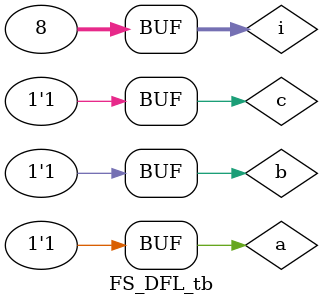
<source format=v>
module FS_DFL(B,D,a,b,c);
    input a,b,c;
    output B,D;
    
    assign D = a ^ b ^ c;
    assign B = (~(b^c) & a) | ((~b) & c);

endmodule

module FS_DFL_tb;
    reg a,b,c;
    wire B,D;
    integer i;

    FS_DFL inst(B,D,a,b,c);

    initial begin
        $monitor("A=%0b|B=%0b|C=%0b|Borrow=%0b|Diff=%0b",a,b,c,B,D);
        for(i=0;i<8;i=i+1) begin
            {a,b,c}=i;
            #10;
        end
    end
endmodule

</source>
